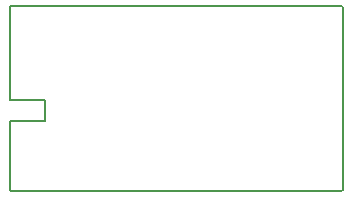
<source format=gko>
G04*
G04 #@! TF.GenerationSoftware,Altium Limited,Altium Designer,19.1.5 (86)*
G04*
G04 Layer_Color=16711935*
%FSAX25Y25*%
%MOIN*%
G70*
G01*
G75*
%ADD10C,0.00787*%
D10*
X0505630Y0338524D02*
G03*
X0505236Y0338917I-0000394J0000000D01*
G01*
X0505630Y0338524D02*
G03*
X0505236Y0338917I-0000394J0000000D01*
G01*
X0505236Y0277106D02*
G03*
X0505630Y0277500I0000000J0000394D01*
G01*
X0505236Y0277106D02*
G03*
X0505630Y0277500I0000000J0000394D01*
G01*
X0395000Y0338917D02*
G03*
X0394606Y0338524I0000000J-0000394D01*
G01*
X0395000Y0338917D02*
G03*
X0394606Y0338524I0000000J-0000394D01*
G01*
X0394606Y0277500D02*
G03*
X0395000Y0277106I0000394J0000000D01*
G01*
X0394606Y0277500D02*
G03*
X0395000Y0277106I0000394J0000000D01*
G01*
X0394606Y0307618D02*
Y0323268D01*
Y0307618D02*
X0406417D01*
Y0300532D02*
Y0307618D01*
X0394606Y0300532D02*
X0406417D01*
X0394606Y0292756D02*
Y0300532D01*
Y0292756D02*
X0394606Y0277500D01*
X0394606Y0338524D02*
X0394606Y0323268D01*
X0505630Y0338524D02*
X0505630Y0277500D01*
X0395000Y0338917D02*
X0505236Y0338917D01*
X0395000Y0277106D02*
X0505236Y0277106D01*
M02*

</source>
